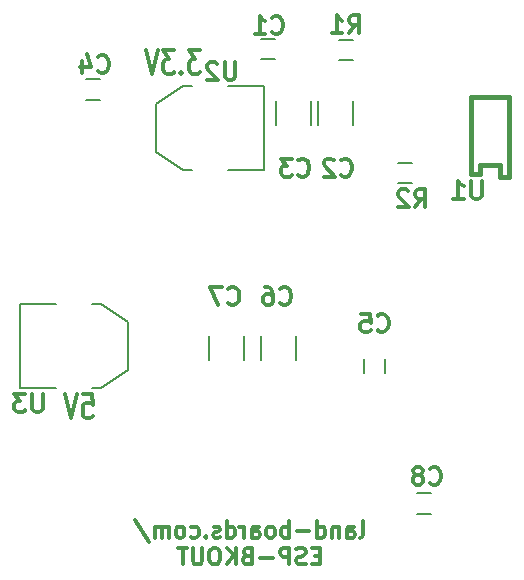
<source format=gbo>
G04 #@! TF.FileFunction,Legend,Bot*
%FSLAX46Y46*%
G04 Gerber Fmt 4.6, Leading zero omitted, Abs format (unit mm)*
G04 Created by KiCad (PCBNEW (after 2015-mar-04 BZR unknown)-product) date 10/21/2015 6:35:06 PM*
%MOMM*%
G01*
G04 APERTURE LIST*
%ADD10C,0.150000*%
%ADD11C,0.304800*%
%ADD12C,0.381000*%
G04 APERTURE END LIST*
D10*
D11*
X19797486Y-43591238D02*
X20523200Y-43591238D01*
X20595771Y-44558857D01*
X20523200Y-44462095D01*
X20378057Y-44365333D01*
X20015200Y-44365333D01*
X19870057Y-44462095D01*
X19797486Y-44558857D01*
X19724914Y-44752381D01*
X19724914Y-45236190D01*
X19797486Y-45429714D01*
X19870057Y-45526476D01*
X20015200Y-45623238D01*
X20378057Y-45623238D01*
X20523200Y-45526476D01*
X20595771Y-45429714D01*
X19289485Y-43591238D02*
X18781485Y-45623238D01*
X18273485Y-43591238D01*
X29681715Y-14457438D02*
X28738286Y-14457438D01*
X29246286Y-15231533D01*
X29028572Y-15231533D01*
X28883429Y-15328295D01*
X28810858Y-15425057D01*
X28738286Y-15618581D01*
X28738286Y-16102390D01*
X28810858Y-16295914D01*
X28883429Y-16392676D01*
X29028572Y-16489438D01*
X29464000Y-16489438D01*
X29609143Y-16392676D01*
X29681715Y-16295914D01*
X28085143Y-16295914D02*
X28012571Y-16392676D01*
X28085143Y-16489438D01*
X28157714Y-16392676D01*
X28085143Y-16295914D01*
X28085143Y-16489438D01*
X27504572Y-14457438D02*
X26561143Y-14457438D01*
X27069143Y-15231533D01*
X26851429Y-15231533D01*
X26706286Y-15328295D01*
X26633715Y-15425057D01*
X26561143Y-15618581D01*
X26561143Y-16102390D01*
X26633715Y-16295914D01*
X26706286Y-16392676D01*
X26851429Y-16489438D01*
X27286857Y-16489438D01*
X27432000Y-16392676D01*
X27504572Y-16295914D01*
X26125714Y-14457438D02*
X25617714Y-16489438D01*
X25109714Y-14457438D01*
X43255595Y-55762676D02*
X43388642Y-55696152D01*
X43455166Y-55563105D01*
X43455166Y-54365676D01*
X42124690Y-55762676D02*
X42124690Y-55030914D01*
X42191213Y-54897867D01*
X42324261Y-54831343D01*
X42590356Y-54831343D01*
X42723404Y-54897867D01*
X42124690Y-55696152D02*
X42257737Y-55762676D01*
X42590356Y-55762676D01*
X42723404Y-55696152D01*
X42789928Y-55563105D01*
X42789928Y-55430057D01*
X42723404Y-55297010D01*
X42590356Y-55230486D01*
X42257737Y-55230486D01*
X42124690Y-55163962D01*
X41459452Y-54831343D02*
X41459452Y-55762676D01*
X41459452Y-54964390D02*
X41392928Y-54897867D01*
X41259881Y-54831343D01*
X41060309Y-54831343D01*
X40927261Y-54897867D01*
X40860738Y-55030914D01*
X40860738Y-55762676D01*
X39596786Y-55762676D02*
X39596786Y-54365676D01*
X39596786Y-55696152D02*
X39729833Y-55762676D01*
X39995929Y-55762676D01*
X40128976Y-55696152D01*
X40195500Y-55629629D01*
X40262024Y-55496581D01*
X40262024Y-55097438D01*
X40195500Y-54964390D01*
X40128976Y-54897867D01*
X39995929Y-54831343D01*
X39729833Y-54831343D01*
X39596786Y-54897867D01*
X38931548Y-55230486D02*
X37867167Y-55230486D01*
X37201929Y-55762676D02*
X37201929Y-54365676D01*
X37201929Y-54897867D02*
X37068881Y-54831343D01*
X36802786Y-54831343D01*
X36669738Y-54897867D01*
X36603215Y-54964390D01*
X36536691Y-55097438D01*
X36536691Y-55496581D01*
X36603215Y-55629629D01*
X36669738Y-55696152D01*
X36802786Y-55762676D01*
X37068881Y-55762676D01*
X37201929Y-55696152D01*
X35738406Y-55762676D02*
X35871453Y-55696152D01*
X35937977Y-55629629D01*
X36004501Y-55496581D01*
X36004501Y-55097438D01*
X35937977Y-54964390D01*
X35871453Y-54897867D01*
X35738406Y-54831343D01*
X35538834Y-54831343D01*
X35405786Y-54897867D01*
X35339263Y-54964390D01*
X35272739Y-55097438D01*
X35272739Y-55496581D01*
X35339263Y-55629629D01*
X35405786Y-55696152D01*
X35538834Y-55762676D01*
X35738406Y-55762676D01*
X34075311Y-55762676D02*
X34075311Y-55030914D01*
X34141834Y-54897867D01*
X34274882Y-54831343D01*
X34540977Y-54831343D01*
X34674025Y-54897867D01*
X34075311Y-55696152D02*
X34208358Y-55762676D01*
X34540977Y-55762676D01*
X34674025Y-55696152D01*
X34740549Y-55563105D01*
X34740549Y-55430057D01*
X34674025Y-55297010D01*
X34540977Y-55230486D01*
X34208358Y-55230486D01*
X34075311Y-55163962D01*
X33410073Y-55762676D02*
X33410073Y-54831343D01*
X33410073Y-55097438D02*
X33343549Y-54964390D01*
X33277025Y-54897867D01*
X33143978Y-54831343D01*
X33010930Y-54831343D01*
X31946549Y-55762676D02*
X31946549Y-54365676D01*
X31946549Y-55696152D02*
X32079596Y-55762676D01*
X32345692Y-55762676D01*
X32478739Y-55696152D01*
X32545263Y-55629629D01*
X32611787Y-55496581D01*
X32611787Y-55097438D01*
X32545263Y-54964390D01*
X32478739Y-54897867D01*
X32345692Y-54831343D01*
X32079596Y-54831343D01*
X31946549Y-54897867D01*
X31347835Y-55696152D02*
X31214787Y-55762676D01*
X30948692Y-55762676D01*
X30815644Y-55696152D01*
X30749120Y-55563105D01*
X30749120Y-55496581D01*
X30815644Y-55363533D01*
X30948692Y-55297010D01*
X31148263Y-55297010D01*
X31281311Y-55230486D01*
X31347835Y-55097438D01*
X31347835Y-55030914D01*
X31281311Y-54897867D01*
X31148263Y-54831343D01*
X30948692Y-54831343D01*
X30815644Y-54897867D01*
X30150406Y-55629629D02*
X30083882Y-55696152D01*
X30150406Y-55762676D01*
X30216930Y-55696152D01*
X30150406Y-55629629D01*
X30150406Y-55762676D01*
X28886454Y-55696152D02*
X29019501Y-55762676D01*
X29285597Y-55762676D01*
X29418644Y-55696152D01*
X29485168Y-55629629D01*
X29551692Y-55496581D01*
X29551692Y-55097438D01*
X29485168Y-54964390D01*
X29418644Y-54897867D01*
X29285597Y-54831343D01*
X29019501Y-54831343D01*
X28886454Y-54897867D01*
X28088168Y-55762676D02*
X28221215Y-55696152D01*
X28287739Y-55629629D01*
X28354263Y-55496581D01*
X28354263Y-55097438D01*
X28287739Y-54964390D01*
X28221215Y-54897867D01*
X28088168Y-54831343D01*
X27888596Y-54831343D01*
X27755548Y-54897867D01*
X27689025Y-54964390D01*
X27622501Y-55097438D01*
X27622501Y-55496581D01*
X27689025Y-55629629D01*
X27755548Y-55696152D01*
X27888596Y-55762676D01*
X28088168Y-55762676D01*
X27023787Y-55762676D02*
X27023787Y-54831343D01*
X27023787Y-54964390D02*
X26957263Y-54897867D01*
X26824216Y-54831343D01*
X26624644Y-54831343D01*
X26491596Y-54897867D01*
X26425073Y-55030914D01*
X26425073Y-55762676D01*
X26425073Y-55030914D02*
X26358549Y-54897867D01*
X26225501Y-54831343D01*
X26025930Y-54831343D01*
X25892882Y-54897867D01*
X25826358Y-55030914D01*
X25826358Y-55762676D01*
X24163263Y-54299152D02*
X25360691Y-56095295D01*
X39829619Y-57291514D02*
X39363952Y-57291514D01*
X39164381Y-58023276D02*
X39829619Y-58023276D01*
X39829619Y-56626276D01*
X39164381Y-56626276D01*
X38632191Y-57956752D02*
X38432619Y-58023276D01*
X38100000Y-58023276D01*
X37966953Y-57956752D01*
X37900429Y-57890229D01*
X37833905Y-57757181D01*
X37833905Y-57624133D01*
X37900429Y-57491086D01*
X37966953Y-57424562D01*
X38100000Y-57358038D01*
X38366096Y-57291514D01*
X38499143Y-57224990D01*
X38565667Y-57158467D01*
X38632191Y-57025419D01*
X38632191Y-56892371D01*
X38565667Y-56759324D01*
X38499143Y-56692800D01*
X38366096Y-56626276D01*
X38033476Y-56626276D01*
X37833905Y-56692800D01*
X37235191Y-58023276D02*
X37235191Y-56626276D01*
X36703000Y-56626276D01*
X36569953Y-56692800D01*
X36503429Y-56759324D01*
X36436905Y-56892371D01*
X36436905Y-57091943D01*
X36503429Y-57224990D01*
X36569953Y-57291514D01*
X36703000Y-57358038D01*
X37235191Y-57358038D01*
X35838191Y-57491086D02*
X34773810Y-57491086D01*
X33642905Y-57291514D02*
X33443334Y-57358038D01*
X33376810Y-57424562D01*
X33310286Y-57557610D01*
X33310286Y-57757181D01*
X33376810Y-57890229D01*
X33443334Y-57956752D01*
X33576381Y-58023276D01*
X34108572Y-58023276D01*
X34108572Y-56626276D01*
X33642905Y-56626276D01*
X33509858Y-56692800D01*
X33443334Y-56759324D01*
X33376810Y-56892371D01*
X33376810Y-57025419D01*
X33443334Y-57158467D01*
X33509858Y-57224990D01*
X33642905Y-57291514D01*
X34108572Y-57291514D01*
X32711572Y-58023276D02*
X32711572Y-56626276D01*
X31913286Y-58023276D02*
X32512001Y-57224990D01*
X31913286Y-56626276D02*
X32711572Y-57424562D01*
X31048477Y-56626276D02*
X30782381Y-56626276D01*
X30649334Y-56692800D01*
X30516286Y-56825848D01*
X30449762Y-57091943D01*
X30449762Y-57557610D01*
X30516286Y-57823705D01*
X30649334Y-57956752D01*
X30782381Y-58023276D01*
X31048477Y-58023276D01*
X31181524Y-57956752D01*
X31314572Y-57823705D01*
X31381096Y-57557610D01*
X31381096Y-57091943D01*
X31314572Y-56825848D01*
X31181524Y-56692800D01*
X31048477Y-56626276D01*
X29851048Y-56626276D02*
X29851048Y-57757181D01*
X29784524Y-57890229D01*
X29718000Y-57956752D01*
X29584953Y-58023276D01*
X29318857Y-58023276D01*
X29185810Y-57956752D01*
X29119286Y-57890229D01*
X29052762Y-57757181D01*
X29052762Y-56626276D01*
X28587095Y-56626276D02*
X27788810Y-56626276D01*
X28187953Y-58023276D02*
X28187953Y-56626276D01*
D10*
X48041000Y-53770500D02*
X49241000Y-53770500D01*
X49241000Y-52020500D02*
X48041000Y-52020500D01*
X36000000Y-13525000D02*
X34800000Y-13525000D01*
X34800000Y-15275000D02*
X36000000Y-15275000D01*
D12*
X55852000Y-25217000D02*
X55852000Y-18467000D01*
X55852000Y-18467000D02*
X52602000Y-18467000D01*
X52602000Y-18467000D02*
X52602000Y-24967000D01*
X52602000Y-24967000D02*
X53352000Y-24967000D01*
X53352000Y-24967000D02*
X53352000Y-24217000D01*
X53352000Y-24217000D02*
X55102000Y-24217000D01*
X55102000Y-24217000D02*
X55102000Y-25217000D01*
X55102000Y-25217000D02*
X55852000Y-25217000D01*
D10*
X32067500Y-17526000D02*
X35115500Y-17526000D01*
X35115500Y-17526000D02*
X35115500Y-24638000D01*
X35115500Y-24638000D02*
X32067500Y-24638000D01*
X29019500Y-17526000D02*
X28257500Y-17526000D01*
X28257500Y-17526000D02*
X25971500Y-19050000D01*
X25971500Y-19050000D02*
X25971500Y-23114000D01*
X25971500Y-23114000D02*
X28257500Y-24638000D01*
X28257500Y-24638000D02*
X29019500Y-24638000D01*
X20037500Y-18718500D02*
X21237500Y-18718500D01*
X21237500Y-16968500D02*
X20037500Y-16968500D01*
X45325000Y-41811500D02*
X45325000Y-40611500D01*
X43575000Y-40611500D02*
X43575000Y-41811500D01*
X17462500Y-43053000D02*
X14414500Y-43053000D01*
X14414500Y-43053000D02*
X14414500Y-35941000D01*
X14414500Y-35941000D02*
X17462500Y-35941000D01*
X20510500Y-43053000D02*
X21272500Y-43053000D01*
X21272500Y-43053000D02*
X23558500Y-41529000D01*
X23558500Y-41529000D02*
X23558500Y-37465000D01*
X23558500Y-37465000D02*
X21272500Y-35941000D01*
X21272500Y-35941000D02*
X20510500Y-35941000D01*
X37768000Y-40711000D02*
X37768000Y-38711000D01*
X34818000Y-38711000D02*
X34818000Y-40711000D01*
X39067000Y-20812000D02*
X39067000Y-18812000D01*
X36117000Y-18812000D02*
X36117000Y-20812000D01*
X33368000Y-40711000D02*
X33368000Y-38711000D01*
X30418000Y-38711000D02*
X30418000Y-40711000D01*
X42623000Y-20812000D02*
X42623000Y-18812000D01*
X39673000Y-18812000D02*
X39673000Y-20812000D01*
X41437000Y-15353000D02*
X42637000Y-15353000D01*
X42637000Y-13603000D02*
X41437000Y-13603000D01*
X46390000Y-25767000D02*
X47590000Y-25767000D01*
X47590000Y-24017000D02*
X46390000Y-24017000D01*
D11*
X49135000Y-51155786D02*
X49207571Y-51228357D01*
X49425285Y-51300929D01*
X49570428Y-51300929D01*
X49788143Y-51228357D01*
X49933285Y-51083214D01*
X50005857Y-50938071D01*
X50078428Y-50647786D01*
X50078428Y-50430071D01*
X50005857Y-50139786D01*
X49933285Y-49994643D01*
X49788143Y-49849500D01*
X49570428Y-49776929D01*
X49425285Y-49776929D01*
X49207571Y-49849500D01*
X49135000Y-49922071D01*
X48264143Y-50430071D02*
X48409285Y-50357500D01*
X48481857Y-50284929D01*
X48554428Y-50139786D01*
X48554428Y-50067214D01*
X48481857Y-49922071D01*
X48409285Y-49849500D01*
X48264143Y-49776929D01*
X47973857Y-49776929D01*
X47828714Y-49849500D01*
X47756143Y-49922071D01*
X47683571Y-50067214D01*
X47683571Y-50139786D01*
X47756143Y-50284929D01*
X47828714Y-50357500D01*
X47973857Y-50430071D01*
X48264143Y-50430071D01*
X48409285Y-50502643D01*
X48481857Y-50575214D01*
X48554428Y-50720357D01*
X48554428Y-51010643D01*
X48481857Y-51155786D01*
X48409285Y-51228357D01*
X48264143Y-51300929D01*
X47973857Y-51300929D01*
X47828714Y-51228357D01*
X47756143Y-51155786D01*
X47683571Y-51010643D01*
X47683571Y-50720357D01*
X47756143Y-50575214D01*
X47828714Y-50502643D01*
X47973857Y-50430071D01*
X35750500Y-12990286D02*
X35823071Y-13062857D01*
X36040785Y-13135429D01*
X36185928Y-13135429D01*
X36403643Y-13062857D01*
X36548785Y-12917714D01*
X36621357Y-12772571D01*
X36693928Y-12482286D01*
X36693928Y-12264571D01*
X36621357Y-11974286D01*
X36548785Y-11829143D01*
X36403643Y-11684000D01*
X36185928Y-11611429D01*
X36040785Y-11611429D01*
X35823071Y-11684000D01*
X35750500Y-11756571D01*
X34299071Y-13135429D02*
X35169928Y-13135429D01*
X34734500Y-13135429D02*
X34734500Y-11611429D01*
X34879643Y-11829143D01*
X35024785Y-11974286D01*
X35169928Y-12046857D01*
X53510543Y-25581429D02*
X53510543Y-26815143D01*
X53437971Y-26960286D01*
X53365400Y-27032857D01*
X53220257Y-27105429D01*
X52929971Y-27105429D01*
X52784829Y-27032857D01*
X52712257Y-26960286D01*
X52639686Y-26815143D01*
X52639686Y-25581429D01*
X51115686Y-27105429D02*
X51986543Y-27105429D01*
X51551115Y-27105429D02*
X51551115Y-25581429D01*
X51696258Y-25799143D01*
X51841400Y-25944286D01*
X51986543Y-26016857D01*
X32657143Y-15484929D02*
X32657143Y-16718643D01*
X32584571Y-16863786D01*
X32512000Y-16936357D01*
X32366857Y-17008929D01*
X32076571Y-17008929D01*
X31931429Y-16936357D01*
X31858857Y-16863786D01*
X31786286Y-16718643D01*
X31786286Y-15484929D01*
X31133143Y-15630071D02*
X31060572Y-15557500D01*
X30915429Y-15484929D01*
X30552572Y-15484929D01*
X30407429Y-15557500D01*
X30334858Y-15630071D01*
X30262286Y-15775214D01*
X30262286Y-15920357D01*
X30334858Y-16138071D01*
X31205715Y-17008929D01*
X30262286Y-17008929D01*
X21018500Y-16292286D02*
X21091071Y-16364857D01*
X21308785Y-16437429D01*
X21453928Y-16437429D01*
X21671643Y-16364857D01*
X21816785Y-16219714D01*
X21889357Y-16074571D01*
X21961928Y-15784286D01*
X21961928Y-15566571D01*
X21889357Y-15276286D01*
X21816785Y-15131143D01*
X21671643Y-14986000D01*
X21453928Y-14913429D01*
X21308785Y-14913429D01*
X21091071Y-14986000D01*
X21018500Y-15058571D01*
X19712214Y-15421429D02*
X19712214Y-16437429D01*
X20075071Y-14840857D02*
X20437928Y-15929429D01*
X19494500Y-15929429D01*
X44704000Y-38199786D02*
X44776571Y-38272357D01*
X44994285Y-38344929D01*
X45139428Y-38344929D01*
X45357143Y-38272357D01*
X45502285Y-38127214D01*
X45574857Y-37982071D01*
X45647428Y-37691786D01*
X45647428Y-37474071D01*
X45574857Y-37183786D01*
X45502285Y-37038643D01*
X45357143Y-36893500D01*
X45139428Y-36820929D01*
X44994285Y-36820929D01*
X44776571Y-36893500D01*
X44704000Y-36966071D01*
X43325143Y-36820929D02*
X44050857Y-36820929D01*
X44123428Y-37546643D01*
X44050857Y-37474071D01*
X43905714Y-37401500D01*
X43542857Y-37401500D01*
X43397714Y-37474071D01*
X43325143Y-37546643D01*
X43252571Y-37691786D01*
X43252571Y-38054643D01*
X43325143Y-38199786D01*
X43397714Y-38272357D01*
X43542857Y-38344929D01*
X43905714Y-38344929D01*
X44050857Y-38272357D01*
X44123428Y-38199786D01*
X16337643Y-43615429D02*
X16337643Y-44849143D01*
X16265071Y-44994286D01*
X16192500Y-45066857D01*
X16047357Y-45139429D01*
X15757071Y-45139429D01*
X15611929Y-45066857D01*
X15539357Y-44994286D01*
X15466786Y-44849143D01*
X15466786Y-43615429D01*
X14886215Y-43615429D02*
X13942786Y-43615429D01*
X14450786Y-44196000D01*
X14233072Y-44196000D01*
X14087929Y-44268571D01*
X14015358Y-44341143D01*
X13942786Y-44486286D01*
X13942786Y-44849143D01*
X14015358Y-44994286D01*
X14087929Y-45066857D01*
X14233072Y-45139429D01*
X14668500Y-45139429D01*
X14813643Y-45066857D01*
X14886215Y-44994286D01*
X36449000Y-35913786D02*
X36521571Y-35986357D01*
X36739285Y-36058929D01*
X36884428Y-36058929D01*
X37102143Y-35986357D01*
X37247285Y-35841214D01*
X37319857Y-35696071D01*
X37392428Y-35405786D01*
X37392428Y-35188071D01*
X37319857Y-34897786D01*
X37247285Y-34752643D01*
X37102143Y-34607500D01*
X36884428Y-34534929D01*
X36739285Y-34534929D01*
X36521571Y-34607500D01*
X36449000Y-34680071D01*
X35142714Y-34534929D02*
X35433000Y-34534929D01*
X35578143Y-34607500D01*
X35650714Y-34680071D01*
X35795857Y-34897786D01*
X35868428Y-35188071D01*
X35868428Y-35768643D01*
X35795857Y-35913786D01*
X35723285Y-35986357D01*
X35578143Y-36058929D01*
X35287857Y-36058929D01*
X35142714Y-35986357D01*
X35070143Y-35913786D01*
X34997571Y-35768643D01*
X34997571Y-35405786D01*
X35070143Y-35260643D01*
X35142714Y-35188071D01*
X35287857Y-35115500D01*
X35578143Y-35115500D01*
X35723285Y-35188071D01*
X35795857Y-35260643D01*
X35868428Y-35405786D01*
X37973000Y-25055286D02*
X38045571Y-25127857D01*
X38263285Y-25200429D01*
X38408428Y-25200429D01*
X38626143Y-25127857D01*
X38771285Y-24982714D01*
X38843857Y-24837571D01*
X38916428Y-24547286D01*
X38916428Y-24329571D01*
X38843857Y-24039286D01*
X38771285Y-23894143D01*
X38626143Y-23749000D01*
X38408428Y-23676429D01*
X38263285Y-23676429D01*
X38045571Y-23749000D01*
X37973000Y-23821571D01*
X37465000Y-23676429D02*
X36521571Y-23676429D01*
X37029571Y-24257000D01*
X36811857Y-24257000D01*
X36666714Y-24329571D01*
X36594143Y-24402143D01*
X36521571Y-24547286D01*
X36521571Y-24910143D01*
X36594143Y-25055286D01*
X36666714Y-25127857D01*
X36811857Y-25200429D01*
X37247285Y-25200429D01*
X37392428Y-25127857D01*
X37465000Y-25055286D01*
X32067500Y-35913786D02*
X32140071Y-35986357D01*
X32357785Y-36058929D01*
X32502928Y-36058929D01*
X32720643Y-35986357D01*
X32865785Y-35841214D01*
X32938357Y-35696071D01*
X33010928Y-35405786D01*
X33010928Y-35188071D01*
X32938357Y-34897786D01*
X32865785Y-34752643D01*
X32720643Y-34607500D01*
X32502928Y-34534929D01*
X32357785Y-34534929D01*
X32140071Y-34607500D01*
X32067500Y-34680071D01*
X31559500Y-34534929D02*
X30543500Y-34534929D01*
X31196643Y-36058929D01*
X41592500Y-25055286D02*
X41665071Y-25127857D01*
X41882785Y-25200429D01*
X42027928Y-25200429D01*
X42245643Y-25127857D01*
X42390785Y-24982714D01*
X42463357Y-24837571D01*
X42535928Y-24547286D01*
X42535928Y-24329571D01*
X42463357Y-24039286D01*
X42390785Y-23894143D01*
X42245643Y-23749000D01*
X42027928Y-23676429D01*
X41882785Y-23676429D01*
X41665071Y-23749000D01*
X41592500Y-23821571D01*
X41011928Y-23821571D02*
X40939357Y-23749000D01*
X40794214Y-23676429D01*
X40431357Y-23676429D01*
X40286214Y-23749000D01*
X40213643Y-23821571D01*
X40141071Y-23966714D01*
X40141071Y-24111857D01*
X40213643Y-24329571D01*
X41084500Y-25200429D01*
X40141071Y-25200429D01*
X42291000Y-13067429D02*
X42799000Y-12341714D01*
X43161857Y-13067429D02*
X43161857Y-11543429D01*
X42581285Y-11543429D01*
X42436143Y-11616000D01*
X42363571Y-11688571D01*
X42291000Y-11833714D01*
X42291000Y-12051429D01*
X42363571Y-12196571D01*
X42436143Y-12269143D01*
X42581285Y-12341714D01*
X43161857Y-12341714D01*
X40839571Y-13067429D02*
X41710428Y-13067429D01*
X41275000Y-13067429D02*
X41275000Y-11543429D01*
X41420143Y-11761143D01*
X41565285Y-11906286D01*
X41710428Y-11978857D01*
X47879000Y-27803929D02*
X48387000Y-27078214D01*
X48749857Y-27803929D02*
X48749857Y-26279929D01*
X48169285Y-26279929D01*
X48024143Y-26352500D01*
X47951571Y-26425071D01*
X47879000Y-26570214D01*
X47879000Y-26787929D01*
X47951571Y-26933071D01*
X48024143Y-27005643D01*
X48169285Y-27078214D01*
X48749857Y-27078214D01*
X47298428Y-26425071D02*
X47225857Y-26352500D01*
X47080714Y-26279929D01*
X46717857Y-26279929D01*
X46572714Y-26352500D01*
X46500143Y-26425071D01*
X46427571Y-26570214D01*
X46427571Y-26715357D01*
X46500143Y-26933071D01*
X47371000Y-27803929D01*
X46427571Y-27803929D01*
M02*

</source>
